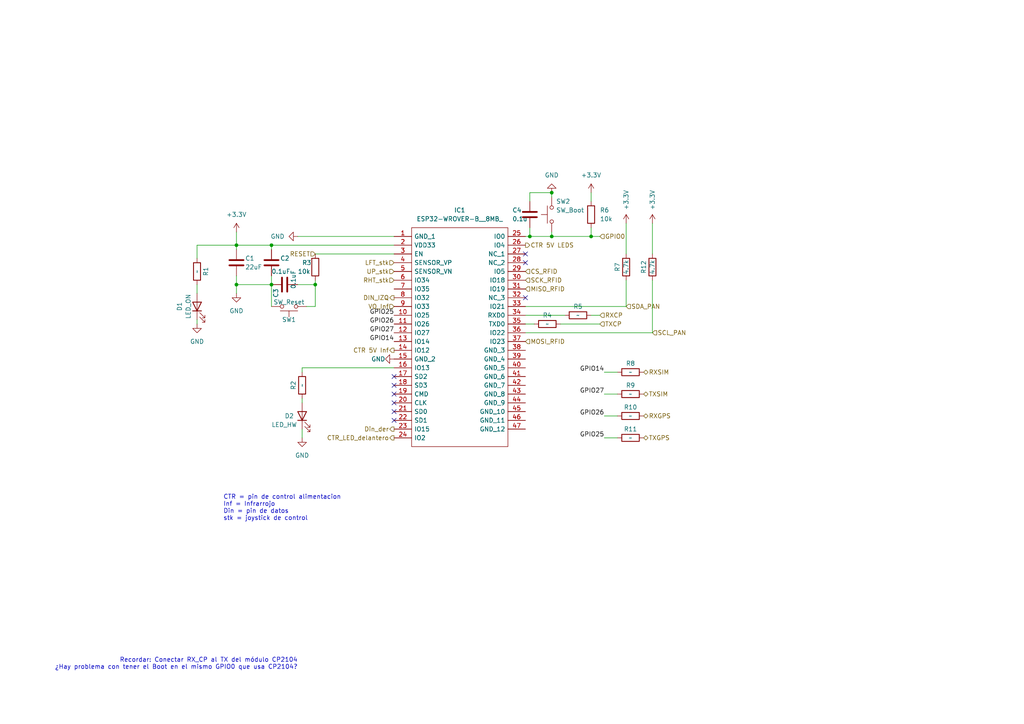
<source format=kicad_sch>
(kicad_sch (version 20211123) (generator eeschema)
  (paper "A4")
  (lib_symbols
    (symbol "Device:C" (pin_numbers hide) (pin_names (offset 0.254))
      (property "Reference" "C" (at 0.635 2.54 0))
      (property "Value" "C" (at 0.635 -2.54 0))
      (symbol "C_0_1"
        (polyline (pts (xy -2.032 -0.762) (xy 2.032 -0.762)) (stroke (width 0.508)))
        (polyline (pts (xy -2.032 0.762) (xy 2.032 0.762)) (stroke (width 0.508)))
      )
      (symbol "C_1_1"
        (pin passive line (at 0 3.81 270) (length 2.794) (name "~") (number "1"))
        (pin passive line (at 0 -3.81 90) (length 2.794) (name "~") (number "2"))
      )
    )
    (symbol "Device:LED" (pin_numbers hide) (pin_names (offset 1.016) hide)
      (property "Reference" "D" (at 0 2.54 0))
      (property "Value" "LED" (at 0 -2.54 0))
      (symbol "LED_0_1"
        (polyline (pts (xy -1.27 -1.27) (xy -1.27 1.27)) (stroke (width 0.254)))
        (polyline (pts (xy -1.27 0) (xy 1.27 0)))
        (polyline (pts (xy 1.27 -1.27) (xy 1.27 1.27) (xy -1.27 0) (xy 1.27 -1.27)) (stroke (width 0.254)))
        (polyline (pts (xy -3.048 -0.762) (xy -4.572 -2.286) (xy -3.81 -2.286) (xy -4.572 -2.286) (xy -4.572 -1.524)))
        (polyline (pts (xy -1.778 -0.762) (xy -3.302 -2.286) (xy -2.54 -2.286) (xy -3.302 -2.286) (xy -3.302 -1.524)))
      )
      (symbol "LED_1_1"
        (pin passive line (at -3.81 0 0) (length 2.54) (name "K") (number "1"))
        (pin passive line (at 3.81 0 180) (length 2.54) (name "A") (number "2"))
      )
    )
    (symbol "Device:R" (pin_numbers hide) (pin_names (offset 0))
      (property "Reference" "R" (at 2.032 0 90))
      (property "Value" "R" (at 0 0 90))
      (symbol "R_0_1"
        (rectangle (start -1.016 -2.54) (end 1.016 2.54) (stroke (width 0.254)))
      )
      (symbol "R_1_1"
        (pin passive line (at 0 3.81 270) (length 1.27) (name "~") (number "1"))
        (pin passive line (at 0 -3.81 90) (length 1.27) (name "~") (number "2"))
      )
    )
    (symbol "ESP32-WROVER-B__8MB_:ESP32-WROVER-B__8MB_" (pin_names (offset 0.762))
      (property "Reference" "IC" (at 34.29 7.62 0))
      (property "Value" "ESP32-WROVER-B__8MB_" (at 34.29 5.08 0))
      (symbol "ESP32-WROVER-B__8MB__0_0"
        (pin passive line (at 0 0 0) (length 5.08) (name "GND_1") (number "1"))
        (pin passive line (at 0 -22.86 0) (length 5.08) (name "IO25") (number "10"))
        (pin passive line (at 0 -25.4 0) (length 5.08) (name "IO26") (number "11"))
        (pin passive line (at 0 -27.94 0) (length 5.08) (name "IO27") (number "12"))
        (pin passive line (at 0 -30.48 0) (length 5.08) (name "IO14") (number "13"))
        (pin passive line (at 0 -33.02 0) (length 5.08) (name "IO12") (number "14"))
        (pin passive line (at 0 -35.56 0) (length 5.08) (name "GND_2") (number "15"))
        (pin passive line (at 0 -38.1 0) (length 5.08) (name "IO13") (number "16"))
        (pin passive line (at 0 -40.64 0) (length 5.08) (name "SD2") (number "17"))
        (pin passive line (at 0 -43.18 0) (length 5.08) (name "SD3") (number "18"))
        (pin passive line (at 0 -45.72 0) (length 5.08) (name "CMD") (number "19"))
        (pin passive line (at 0 -2.54 0) (length 5.08) (name "VDD33") (number "2"))
        (pin passive line (at 0 -48.26 0) (length 5.08) (name "CLK") (number "20"))
        (pin passive line (at 0 -50.8 0) (length 5.08) (name "SD0") (number "21"))
        (pin passive line (at 0 -53.34 0) (length 5.08) (name "SD1") (number "22"))
        (pin passive line (at 0 -55.88 0) (length 5.08) (name "IO15") (number "23"))
        (pin passive line (at 0 -58.42 0) (length 5.08) (name "IO2") (number "24"))
        (pin passive line (at 38.1 0 180) (length 5.08) (name "IO0") (number "25"))
        (pin passive line (at 38.1 -2.54 180) (length 5.08) (name "IO4") (number "26"))
        (pin passive line (at 38.1 -5.08 180) (length 5.08) (name "NC_1") (number "27"))
        (pin passive line (at 38.1 -7.62 180) (length 5.08) (name "NC_2") (number "28"))
        (pin passive line (at 38.1 -10.16 180) (length 5.08) (name "IO5") (number "29"))
        (pin passive line (at 0 -5.08 0) (length 5.08) (name "EN") (number "3"))
        (pin passive line (at 38.1 -12.7 180) (length 5.08) (name "IO18") (number "30"))
        (pin passive line (at 38.1 -15.24 180) (length 5.08) (name "IO19") (number "31"))
        (pin passive line (at 38.1 -17.78 180) (length 5.08) (name "NC_3") (number "32"))
        (pin passive line (at 38.1 -20.32 180) (length 5.08) (name "IO21") (number "33"))
        (pin passive line (at 38.1 -22.86 180) (length 5.08) (name "RXD0") (number "34"))
        (pin passive line (at 38.1 -25.4 180) (length 5.08) (name "TXD0") (number "35"))
        (pin passive line (at 38.1 -27.94 180) (length 5.08) (name "IO22") (number "36"))
        (pin passive line (at 38.1 -30.48 180) (length 5.08) (name "IO23") (number "37"))
        (pin passive line (at 38.1 -33.02 180) (length 5.08) (name "GND_3") (number "38"))
        (pin passive line (at 38.1 -35.56 180) (length 5.08) (name "GND_4") (number "39"))
        (pin passive line (at 0 -7.62 0) (length 5.08) (name "SENSOR_VP") (number "4"))
        (pin passive line (at 38.1 -38.1 180) (length 5.08) (name "GND_5") (number "40"))
        (pin passive line (at 38.1 -40.64 180) (length 5.08) (name "GND_6") (number "41"))
        (pin passive line (at 38.1 -43.18 180) (length 5.08) (name "GND_7") (number "42"))
        (pin passive line (at 38.1 -45.72 180) (length 5.08) (name "GND_8") (number "43"))
        (pin passive line (at 38.1 -48.26 180) (length 5.08) (name "GND_9") (number "44"))
        (pin passive line (at 38.1 -50.8 180) (length 5.08) (name "GND_10") (number "45"))
        (pin passive line (at 38.1 -53.34 180) (length 5.08) (name "GND_11") (number "46"))
        (pin passive line (at 38.1 -55.88 180) (length 5.08) (name "GND_12") (number "47"))
        (pin passive line (at 0 -10.16 0) (length 5.08) (name "SENSOR_VN") (number "5"))
        (pin passive line (at 0 -12.7 0) (length 5.08) (name "IO34") (number "6"))
        (pin passive line (at 0 -15.24 0) (length 5.08) (name "IO35") (number "7"))
        (pin passive line (at 0 -17.78 0) (length 5.08) (name "IO32") (number "8"))
        (pin passive line (at 0 -20.32 0) (length 5.08) (name "IO33") (number "9"))
      )
      (symbol "ESP32-WROVER-B__8MB__0_1"
        (polyline (pts (xy 5.08 2.54) (xy 33.02 2.54) (xy 33.02 -60.96) (xy 5.08 -60.96) (xy 5.08 2.54)) (stroke (width 0.1524)))
      )
    )
    (symbol "Switch:SW_MEC_5G" (pin_numbers hide) (pin_names (offset 1.016) hide)
      (property "Reference" "SW" (at 1.27 2.54 0))
      (property "Value" "SW_MEC_5G" (at 0 -1.524 0))
      (symbol "SW_MEC_5G_0_1"
        (circle (center -2.032 0) (radius 0.508))
        (polyline (pts (xy 0 1.27) (xy 0 3.048)))
        (polyline (pts (xy 2.54 1.27) (xy -2.54 1.27)))
        (circle (center 2.032 0) (radius 0.508))
        (pin passive line (at -5.08 0 0) (length 2.54) (name "A") (number "1"))
        (pin passive line (at 5.08 0 180) (length 2.54) (name "B") (number "3"))
      )
      (symbol "SW_MEC_5G_1_1"
        (pin passive line (at -5.08 0 0) (length 2.54) hide (name "A") (number "2"))
        (pin passive line (at 5.08 0 180) (length 2.54) hide (name "B") (number "4"))
      )
    )
    (symbol "Switch:SW_Push" (pin_numbers hide) (pin_names (offset 1.016) hide)
      (property "Reference" "SW" (at 1.27 2.54 0))
      (property "Value" "SW_Push" (at 0 -1.524 0))
      (symbol "SW_Push_0_1"
        (circle (center -2.032 0) (radius 0.508))
        (polyline (pts (xy 0 1.27) (xy 0 3.048)))
        (polyline (pts (xy 2.54 1.27) (xy -2.54 1.27)))
        (circle (center 2.032 0) (radius 0.508))
        (pin passive line (at -5.08 0 0) (length 2.54) (name "1") (number "1"))
        (pin passive line (at 5.08 0 180) (length 2.54) (name "2") (number "2"))
      )
    )
    (symbol "power:+3.3V" (power) (pin_names (offset 0))
      (property "Value" "+3.3V" (at 0 3.556 0))
      (symbol "+3.3V_0_1"
        (polyline (pts (xy -0.762 1.27) (xy 0 2.54)))
        (polyline (pts (xy 0 0) (xy 0 2.54)))
        (polyline (pts (xy 0 2.54) (xy 0.762 1.27)))
      )
      (symbol "+3.3V_1_1"
        (pin power_in line (at 0 0 90) (length 0) hide (name "+3.3V") (number "1"))
      )
    )
    (symbol "power:GND" (power) (pin_names (offset 0))
      (property "Value" "GND" (at 0 -3.81 0))
      (symbol "GND_0_1"
        (polyline (pts (xy 0 0) (xy 0 -1.27) (xy 1.27 -1.27) (xy 0 -2.54) (xy -1.27 -1.27) (xy 0 -1.27)))
      )
      (symbol "GND_1_1"
        (pin power_in line (at 0 0 270) (length 0) hide (name "GND") (number "1"))
      )
    )
  )
  (junction (at 68.58 71.12))
  (junction (at 68.58 82.55))
  (junction (at 91.44 82.55))
  (junction (at 171.45 68.58))
  (junction (at 78.74 82.55))
  (junction (at 160.02 55.88))
  (junction (at 153.67 68.58))
  (junction (at 78.74 71.12))
  (junction (at 160.02 68.58))
  (no_connect (at 114.3 111.76))
  (no_connect (at 114.3 114.3))
  (no_connect (at 114.3 116.84))
  (no_connect (at 114.3 119.38))
  (no_connect (at 114.3 121.92))
  (no_connect (at 114.3 109.22))
  (no_connect (at 152.4 73.66))
  (no_connect (at 152.4 76.2))
  (no_connect (at 152.4 86.36))
  (wire (pts (xy 68.58 80.01) (xy 68.58 82.55)))
  (wire (pts (xy 88.9 88.9) (xy 91.44 88.9)))
  (wire (pts (xy 175.26 120.65) (xy 179.07 120.65)))
  (wire (pts (xy 175.26 127) (xy 179.07 127)))
  (wire (pts (xy 91.44 88.9) (xy 91.44 82.55)))
  (wire (pts (xy 171.45 91.44) (xy 173.99 91.44)))
  (wire (pts (xy 78.74 82.55) (xy 78.74 88.9)))
  (wire (pts (xy 78.74 71.12) (xy 78.74 72.39)))
  (wire (pts (xy 78.74 71.12) (xy 114.3 71.12)))
  (wire (pts (xy 152.4 88.9) (xy 181.61 88.9)))
  (wire (pts (xy 153.67 68.58) (xy 160.02 68.58)))
  (wire (pts (xy 87.63 127) (xy 87.63 124.46)))
  (wire (pts (xy 160.02 68.58) (xy 171.45 68.58)))
  (wire (pts (xy 57.15 92.71) (xy 57.15 93.98)))
  (wire (pts (xy 181.61 73.66) (xy 181.61 64.77)))
  (wire (pts (xy 86.36 82.55) (xy 91.44 82.55)))
  (wire (pts (xy 87.63 116.84) (xy 87.63 115.57)))
  (wire (pts (xy 160.02 57.15) (xy 160.02 55.88)))
  (wire (pts (xy 171.45 55.88) (xy 171.45 58.42)))
  (wire (pts (xy 152.4 96.52) (xy 189.23 96.52)))
  (wire (pts (xy 68.58 71.12) (xy 78.74 71.12)))
  (wire (pts (xy 175.26 114.3) (xy 179.07 114.3)))
  (wire (pts (xy 57.15 71.12) (xy 57.15 74.93)))
  (wire (pts (xy 152.4 93.98) (xy 154.94 93.98)))
  (wire (pts (xy 78.74 82.55) (xy 68.58 82.55)))
  (wire (pts (xy 160.02 67.31) (xy 160.02 68.58)))
  (wire (pts (xy 87.63 106.68) (xy 114.3 106.68)))
  (wire (pts (xy 87.63 107.95) (xy 87.63 106.68)))
  (wire (pts (xy 114.3 73.66) (xy 91.44 73.66)))
  (wire (pts (xy 171.45 68.58) (xy 173.99 68.58)))
  (wire (pts (xy 171.45 66.04) (xy 171.45 68.58)))
  (wire (pts (xy 153.67 66.04) (xy 153.67 68.58)))
  (wire (pts (xy 57.15 82.55) (xy 57.15 85.09)))
  (wire (pts (xy 91.44 81.28) (xy 91.44 82.55)))
  (wire (pts (xy 189.23 81.28) (xy 189.23 96.52)))
  (wire (pts (xy 181.61 81.28) (xy 181.61 88.9)))
  (wire (pts (xy 152.4 91.44) (xy 163.83 91.44)))
  (wire (pts (xy 78.74 80.01) (xy 78.74 82.55)))
  (wire (pts (xy 162.56 93.98) (xy 173.99 93.98)))
  (wire (pts (xy 175.26 107.95) (xy 179.07 107.95)))
  (wire (pts (xy 57.15 71.12) (xy 68.58 71.12)))
  (wire (pts (xy 152.4 68.58) (xy 153.67 68.58)))
  (wire (pts (xy 86.36 68.58) (xy 114.3 68.58)))
  (wire (pts (xy 68.58 71.12) (xy 68.58 72.39)))
  (wire (pts (xy 68.58 67.31) (xy 68.58 71.12)))
  (wire (pts (xy 68.58 82.55) (xy 68.58 85.09)))
  (wire (pts (xy 160.02 55.88) (xy 153.67 55.88)))
  (wire (pts (xy 153.67 55.88) (xy 153.67 58.42)))
  (wire (pts (xy 189.23 73.66) (xy 189.23 64.77)))
  (text "Recordar: Conectar RX_CP al TX del módulo CP2104\n¿Hay problema con tener el Boot en el mismo GPIO0 que usa CP2104?" (at 86.36 194.31 0) (effects (font (size 1.27 1.27)) (justify right bottom)))
  (text "CTR = pin de control alimentacion\nInf = Infrarrojo\nDin = pin de datos\nstk = joystick de control" (at 64.77 151.13 0) (effects (font (size 1.27 1.27)) (justify left bottom)))
  (label "GPIO14" (at 175.26 107.95 180))
  (label "GPIO27" (at 114.3 96.52 180))
  (label "GPIO27" (at 175.26 114.3 180))
  (label "GPIO26" (at 114.3 93.98 180))
  (label "GPIO25" (at 175.26 127 180))
  (label "GPIO25" (at 114.3 91.44 180))
  (label "GPIO14" (at 114.3 99.06 180))
  (label "GPIO26" (at 175.26 120.65 180))
  (hierarchical_label "SDA_PAN" (shape input) (at 181.61 88.9 0))
  (hierarchical_label "RXSIM" (shape bidirectional) (at 186.69 107.95 0))
  (hierarchical_label "CS_RFID" (shape input) (at 152.4 78.74 0))
  (hierarchical_label "CTR 5V LEDS" (shape output) (at 152.4 71.12 0))
  (hierarchical_label "RXGPS" (shape bidirectional) (at 186.69 120.65 0))
  (hierarchical_label "UP_stk" (shape input) (at 114.3 78.74 180))
  (hierarchical_label "RESET" (shape input) (at 91.44 73.66 180))
  (hierarchical_label "SCK_RFID" (shape input) (at 152.4 81.28 0))
  (hierarchical_label "TXGPS" (shape bidirectional) (at 186.69 127 0))
  (hierarchical_label "MOSI_RFID" (shape input) (at 152.4 99.06 0))
  (hierarchical_label "SCL_PAN" (shape input) (at 189.23 96.52 0))
  (hierarchical_label "CTR_LED_delantero" (shape output) (at 114.3 127 180))
  (hierarchical_label "TXCP" (shape input) (at 173.99 93.98 0))
  (hierarchical_label "TXSIM" (shape bidirectional) (at 186.69 114.3 0))
  (hierarchical_label "RHT_stk" (shape input) (at 114.3 81.28 180))
  (hierarchical_label "CTR 5V Inf" (shape output) (at 114.3 101.6 180))
  (hierarchical_label "VO_Inf" (shape input) (at 114.3 88.9 180))
  (hierarchical_label "GPIO0" (shape input) (at 173.99 68.58 0))
  (hierarchical_label "Din_der" (shape output) (at 114.3 124.46 180))
  (hierarchical_label "LFT_stk" (shape input) (at 114.3 76.2 180))
  (hierarchical_label "DIN_IZQ" (shape output) (at 114.3 86.36 180))
  (hierarchical_label "MISO_RFID" (shape input) (at 152.4 83.82 0))
  (hierarchical_label "RXCP" (shape input) (at 173.99 91.44 0))
  (symbol (lib_id "Device:R") (at 91.44 77.47 0) (unit 1)
    (property "Reference" "R3" (at 87.63 76.2 0) (effects (justify left)))
    (property "Value" "10k" (at 86.36 78.74 0) (effects (justify left)))
  )
  (symbol (lib_id "Device:C") (at 82.55 82.55 90) (unit 1)
    (property "Reference" "C3" (at 80.01 86.36 0) (effects (justify left)))
    (property "Value" "0.1uF" (at 85.09 83.82 0) (effects (justify left)))
  )
  (symbol (lib_id "Device:R") (at 158.75 93.98 90) (unit 1)
    (property "Reference" "R4" (at 158.75 91.44 90))
    (property "Value" "~" (at 158.75 93.98 90))
  )
  (symbol (lib_id "power:GND") (at 57.15 93.98 0) (unit 1)
    (property "Reference" "#PWR01" (effects hide))
    (property "Value" "GND" (at 57.15 99.06 0))
  )
  (symbol (lib_id "Device:R") (at 167.64 91.44 90) (unit 1)
    (property "Reference" "R5" (at 167.64 88.9 90))
    (property "Value" "~" (at 167.64 91.44 90))
  )
  (symbol (lib_id "Device:R") (at 171.45 62.23 0) (unit 1)
    (property "Reference" "R6" (at 173.99 60.9599 0) (effects (justify left)))
    (property "Value" "10k" (at 173.99 63.4999 0) (effects (justify left)))
  )
  (symbol (lib_id "Device:C") (at 78.74 76.2 0) (unit 1)
    (property "Reference" "C2" (at 81.28 74.93 0) (effects (justify left)))
    (property "Value" "0.1uF" (at 78.74 78.74 0) (effects (justify left)))
  )
  (symbol (lib_id "Device:R") (at 87.63 111.76 180) (unit 1)
    (property "Reference" "R2" (at 85.09 111.76 90))
    (property "Value" "~" (at 87.63 111.76 90))
  )
  (symbol (lib_id "Device:R") (at 57.15 78.74 0) (unit 1)
    (property "Reference" "R1" (at 59.69 78.74 90))
    (property "Value" "~" (at 57.15 78.74 90))
  )
  (symbol (lib_id "power:GND") (at 68.58 85.09 0) (unit 1)
    (property "Reference" "#PWR03" (effects hide))
    (property "Value" "GND" (at 68.58 90.17 0))
  )
  (symbol (lib_id "power:GND") (at 160.02 55.88 180) (unit 1)
    (property "Reference" "#PWR07" (effects hide))
    (property "Value" "GND" (at 160.02 50.8 0))
  )
  (symbol (lib_id "power:GND") (at 114.3 104.14 270) (unit 1)
    (property "Reference" "#PWR06" (effects hide))
    (property "Value" "GND" (at 111.76 104.14 90) (effects (justify right)))
  )
  (symbol (lib_id "power:+3.3V") (at 181.61 64.77 0) (unit 1)
    (property "Reference" "#PWR09" (effects hide))
    (property "Value" "+3.3V" (at 181.6099 60.96 90) (effects (justify left)))
  )
  (symbol (lib_id "Device:C") (at 153.67 62.23 0) (unit 1)
    (property "Reference" "C4" (at 148.59 60.96 0) (effects (justify left)))
    (property "Value" "0.1u" (at 148.59 63.5 0) (effects (justify left)))
  )
  (symbol (lib_id "power:+3.3V") (at 68.58 67.31 0) (unit 1)
    (property "Reference" "#PWR02" (effects hide))
    (property "Value" "+3.3V" (at 68.58 62.23 0))
  )
  (symbol (lib_id "Switch:SW_Push") (at 160.02 62.23 90) (unit 1)
    (property "Reference" "SW2" (at 161.29 58.42 90) (effects (justify right)))
    (property "Value" "SW_Boot" (at 161.29 60.96 90) (effects (justify right)))
  )
  (symbol (lib_id "power:+3.3V") (at 171.45 55.88 0) (unit 1)
    (property "Reference" "#PWR08" (effects hide))
    (property "Value" "+3.3V" (at 171.45 50.8 0))
  )
  (symbol (lib_id "power:+3.3V") (at 189.23 64.77 0) (unit 1)
    (property "Reference" "#PWR010" (effects hide))
    (property "Value" "+3.3V" (at 189.2299 60.96 90) (effects (justify left)))
  )
  (symbol (lib_id "Device:R") (at 181.61 77.47 180) (unit 1)
    (property "Reference" "R7" (at 179.07 77.47 90))
    (property "Value" "4.7k" (at 181.61 77.47 90))
  )
  (symbol (lib_id "Device:LED") (at 57.15 88.9 90) (unit 1)
    (property "Reference" "D1" (at 52.07 88.9 0))
    (property "Value" "LED_ON" (at 54.61 88.9 0))
  )
  (symbol (lib_id "Device:R") (at 182.88 120.65 90) (unit 1)
    (property "Reference" "R10" (at 182.88 118.11 90))
    (property "Value" "~" (at 182.88 120.65 90))
  )
  (symbol (lib_id "Switch:SW_MEC_5G") (at 83.82 88.9 180) (unit 1)
    (property "Reference" "SW1" (at 83.82 92.71 0))
    (property "Value" "SW_Reset" (at 83.82 87.63 0))
    (property "Datasheet" "http://www.apem.com/int/index.php?controller=attachment&id_attachment=488" (effects hide))
  )
  (symbol (lib_id "Device:R") (at 182.88 107.95 90) (unit 1)
    (property "Reference" "R8" (at 182.88 105.41 90))
    (property "Value" "~" (at 182.88 107.95 90))
  )
  (symbol (lib_id "ESP32-WROVER-B__8MB_:ESP32-WROVER-B__8MB_") (at 114.3 68.58 0) (unit 1)
    (property "Reference" "IC1" (at 133.35 60.96 0))
    (property "Value" "ESP32-WROVER-B__8MB_" (at 133.35 63.5 0))
    (property "Footprint" "ESP32WROVERB8MB" (effects hide))
    (property "Datasheet" "https://eu.mouser.com/datasheet/2/891/esp32-wrover-b_datasheet_en-1384674.pdf" (effects hide))
    (property "Description" "WiFi Modules (802.11) SMD Module M213DH6464PH3Q0, ESP32-D0WD, 64Mbits PSRAM, 8MB SPI flash, PCB Antenna" (effects hide))
    (property "Height" "3.4" (effects hide))
    (property "Manufacturer_Name" "Espressif Systems" (effects hide))
    (property "Manufacturer_Part_Number" "ESP32-WROVER-B (8MB)" (effects hide))
    (property "Mouser Part Number" "356-ESP32-WRO-B(8MB)" (effects hide))
  )
  (symbol (lib_id "Device:C") (at 68.58 76.2 0) (unit 1)
    (property "Reference" "C1" (at 71.12 74.93 0) (effects (justify left)))
    (property "Value" "22uF" (at 71.12 77.47 0) (effects (justify left)))
  )
  (symbol (lib_id "power:GND") (at 86.36 68.58 270) (unit 1)
    (property "Reference" "#PWR04" (effects hide))
    (property "Value" "GND" (at 82.55 68.5799 90) (effects (justify right)))
  )
  (symbol (lib_id "Device:R") (at 182.88 114.3 90) (unit 1)
    (property "Reference" "R9" (at 182.88 111.76 90))
    (property "Value" "~" (at 182.88 114.3 90))
  )
  (symbol (lib_id "Device:R") (at 182.88 127 90) (unit 1)
    (property "Reference" "R11" (at 182.88 124.46 90))
    (property "Value" "~" (at 182.88 127 90))
  )
  (symbol (lib_id "Device:R") (at 189.23 77.47 180) (unit 1)
    (property "Reference" "R12" (at 186.69 77.47 90))
    (property "Value" "4.7k" (at 189.23 77.47 90))
  )
  (symbol (lib_id "power:GND") (at 87.63 127 0) (unit 1)
    (property "Reference" "#PWR05" (effects hide))
    (property "Value" "GND" (at 87.63 132.08 0))
  )
  (symbol (lib_id "Device:LED") (at 87.63 120.65 90) (unit 1)
    (property "Reference" "D2" (at 82.55 120.65 90) (effects (justify right)))
    (property "Value" "LED_HW" (at 78.74 123.19 90) (effects (justify right)))
  )
)
</source>
